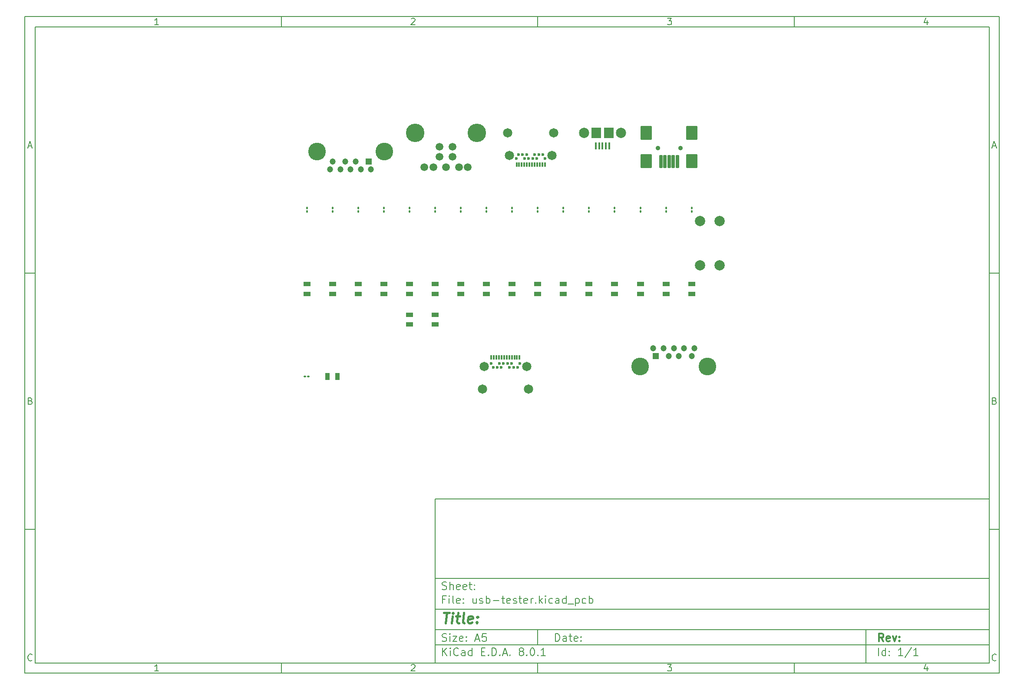
<source format=gbr>
%TF.GenerationSoftware,KiCad,Pcbnew,8.0.1*%
%TF.CreationDate,2024-04-20T18:29:45+01:00*%
%TF.ProjectId,usb-tester,7573622d-7465-4737-9465-722e6b696361,rev?*%
%TF.SameCoordinates,Original*%
%TF.FileFunction,Soldermask,Top*%
%TF.FilePolarity,Negative*%
%FSLAX46Y46*%
G04 Gerber Fmt 4.6, Leading zero omitted, Abs format (unit mm)*
G04 Created by KiCad (PCBNEW 8.0.1) date 2024-04-20 18:29:45*
%MOMM*%
%LPD*%
G01*
G04 APERTURE LIST*
G04 Aperture macros list*
%AMRoundRect*
0 Rectangle with rounded corners*
0 $1 Rounding radius*
0 $2 $3 $4 $5 $6 $7 $8 $9 X,Y pos of 4 corners*
0 Add a 4 corners polygon primitive as box body*
4,1,4,$2,$3,$4,$5,$6,$7,$8,$9,$2,$3,0*
0 Add four circle primitives for the rounded corners*
1,1,$1+$1,$2,$3*
1,1,$1+$1,$4,$5*
1,1,$1+$1,$6,$7*
1,1,$1+$1,$8,$9*
0 Add four rect primitives between the rounded corners*
20,1,$1+$1,$2,$3,$4,$5,0*
20,1,$1+$1,$4,$5,$6,$7,0*
20,1,$1+$1,$6,$7,$8,$9,0*
20,1,$1+$1,$8,$9,$2,$3,0*%
G04 Aperture macros list end*
%ADD10C,0.100000*%
%ADD11C,0.150000*%
%ADD12C,0.300000*%
%ADD13C,0.400000*%
%ADD14C,1.815000*%
%ADD15C,0.600000*%
%ADD16R,0.300000X0.900000*%
%ADD17C,2.010000*%
%ADD18C,1.993000*%
%ADD19R,1.900000X2.000000*%
%ADD20R,0.400000X1.400000*%
%ADD21RoundRect,0.100000X0.100000X-0.130000X0.100000X0.130000X-0.100000X0.130000X-0.100000X-0.130000X0*%
%ADD22R,1.400000X0.900000*%
%ADD23RoundRect,0.102000X1.000000X1.250000X-1.000000X1.250000X-1.000000X-1.250000X1.000000X-1.250000X0*%
%ADD24RoundRect,0.102000X0.250000X1.150000X-0.250000X1.150000X-0.250000X-1.150000X0.250000X-1.150000X0*%
%ADD25C,0.900000*%
%ADD26C,3.450000*%
%ADD27C,1.200000*%
%ADD28R,1.200000X1.200000*%
%ADD29C,3.600000*%
%ADD30C,1.500000*%
%ADD31R,0.900000X1.400000*%
%ADD32RoundRect,0.100000X0.130000X0.100000X-0.130000X0.100000X-0.130000X-0.100000X0.130000X-0.100000X0*%
G04 APERTURE END LIST*
D10*
D11*
X90007200Y-104005800D02*
X198007200Y-104005800D01*
X198007200Y-136005800D01*
X90007200Y-136005800D01*
X90007200Y-104005800D01*
D10*
D11*
X10000000Y-10000000D02*
X200007200Y-10000000D01*
X200007200Y-138005800D01*
X10000000Y-138005800D01*
X10000000Y-10000000D01*
D10*
D11*
X12000000Y-12000000D02*
X198007200Y-12000000D01*
X198007200Y-136005800D01*
X12000000Y-136005800D01*
X12000000Y-12000000D01*
D10*
D11*
X60000000Y-12000000D02*
X60000000Y-10000000D01*
D10*
D11*
X110000000Y-12000000D02*
X110000000Y-10000000D01*
D10*
D11*
X160000000Y-12000000D02*
X160000000Y-10000000D01*
D10*
D11*
X36089160Y-11593604D02*
X35346303Y-11593604D01*
X35717731Y-11593604D02*
X35717731Y-10293604D01*
X35717731Y-10293604D02*
X35593922Y-10479319D01*
X35593922Y-10479319D02*
X35470112Y-10603128D01*
X35470112Y-10603128D02*
X35346303Y-10665033D01*
D10*
D11*
X85346303Y-10417414D02*
X85408207Y-10355509D01*
X85408207Y-10355509D02*
X85532017Y-10293604D01*
X85532017Y-10293604D02*
X85841541Y-10293604D01*
X85841541Y-10293604D02*
X85965350Y-10355509D01*
X85965350Y-10355509D02*
X86027255Y-10417414D01*
X86027255Y-10417414D02*
X86089160Y-10541223D01*
X86089160Y-10541223D02*
X86089160Y-10665033D01*
X86089160Y-10665033D02*
X86027255Y-10850747D01*
X86027255Y-10850747D02*
X85284398Y-11593604D01*
X85284398Y-11593604D02*
X86089160Y-11593604D01*
D10*
D11*
X135284398Y-10293604D02*
X136089160Y-10293604D01*
X136089160Y-10293604D02*
X135655826Y-10788842D01*
X135655826Y-10788842D02*
X135841541Y-10788842D01*
X135841541Y-10788842D02*
X135965350Y-10850747D01*
X135965350Y-10850747D02*
X136027255Y-10912652D01*
X136027255Y-10912652D02*
X136089160Y-11036461D01*
X136089160Y-11036461D02*
X136089160Y-11345985D01*
X136089160Y-11345985D02*
X136027255Y-11469795D01*
X136027255Y-11469795D02*
X135965350Y-11531700D01*
X135965350Y-11531700D02*
X135841541Y-11593604D01*
X135841541Y-11593604D02*
X135470112Y-11593604D01*
X135470112Y-11593604D02*
X135346303Y-11531700D01*
X135346303Y-11531700D02*
X135284398Y-11469795D01*
D10*
D11*
X185965350Y-10726938D02*
X185965350Y-11593604D01*
X185655826Y-10231700D02*
X185346303Y-11160271D01*
X185346303Y-11160271D02*
X186151064Y-11160271D01*
D10*
D11*
X60000000Y-136005800D02*
X60000000Y-138005800D01*
D10*
D11*
X110000000Y-136005800D02*
X110000000Y-138005800D01*
D10*
D11*
X160000000Y-136005800D02*
X160000000Y-138005800D01*
D10*
D11*
X36089160Y-137599404D02*
X35346303Y-137599404D01*
X35717731Y-137599404D02*
X35717731Y-136299404D01*
X35717731Y-136299404D02*
X35593922Y-136485119D01*
X35593922Y-136485119D02*
X35470112Y-136608928D01*
X35470112Y-136608928D02*
X35346303Y-136670833D01*
D10*
D11*
X85346303Y-136423214D02*
X85408207Y-136361309D01*
X85408207Y-136361309D02*
X85532017Y-136299404D01*
X85532017Y-136299404D02*
X85841541Y-136299404D01*
X85841541Y-136299404D02*
X85965350Y-136361309D01*
X85965350Y-136361309D02*
X86027255Y-136423214D01*
X86027255Y-136423214D02*
X86089160Y-136547023D01*
X86089160Y-136547023D02*
X86089160Y-136670833D01*
X86089160Y-136670833D02*
X86027255Y-136856547D01*
X86027255Y-136856547D02*
X85284398Y-137599404D01*
X85284398Y-137599404D02*
X86089160Y-137599404D01*
D10*
D11*
X135284398Y-136299404D02*
X136089160Y-136299404D01*
X136089160Y-136299404D02*
X135655826Y-136794642D01*
X135655826Y-136794642D02*
X135841541Y-136794642D01*
X135841541Y-136794642D02*
X135965350Y-136856547D01*
X135965350Y-136856547D02*
X136027255Y-136918452D01*
X136027255Y-136918452D02*
X136089160Y-137042261D01*
X136089160Y-137042261D02*
X136089160Y-137351785D01*
X136089160Y-137351785D02*
X136027255Y-137475595D01*
X136027255Y-137475595D02*
X135965350Y-137537500D01*
X135965350Y-137537500D02*
X135841541Y-137599404D01*
X135841541Y-137599404D02*
X135470112Y-137599404D01*
X135470112Y-137599404D02*
X135346303Y-137537500D01*
X135346303Y-137537500D02*
X135284398Y-137475595D01*
D10*
D11*
X185965350Y-136732738D02*
X185965350Y-137599404D01*
X185655826Y-136237500D02*
X185346303Y-137166071D01*
X185346303Y-137166071D02*
X186151064Y-137166071D01*
D10*
D11*
X10000000Y-60000000D02*
X12000000Y-60000000D01*
D10*
D11*
X10000000Y-110000000D02*
X12000000Y-110000000D01*
D10*
D11*
X10690476Y-35222176D02*
X11309523Y-35222176D01*
X10566666Y-35593604D02*
X10999999Y-34293604D01*
X10999999Y-34293604D02*
X11433333Y-35593604D01*
D10*
D11*
X11092857Y-84912652D02*
X11278571Y-84974557D01*
X11278571Y-84974557D02*
X11340476Y-85036461D01*
X11340476Y-85036461D02*
X11402380Y-85160271D01*
X11402380Y-85160271D02*
X11402380Y-85345985D01*
X11402380Y-85345985D02*
X11340476Y-85469795D01*
X11340476Y-85469795D02*
X11278571Y-85531700D01*
X11278571Y-85531700D02*
X11154761Y-85593604D01*
X11154761Y-85593604D02*
X10659523Y-85593604D01*
X10659523Y-85593604D02*
X10659523Y-84293604D01*
X10659523Y-84293604D02*
X11092857Y-84293604D01*
X11092857Y-84293604D02*
X11216666Y-84355509D01*
X11216666Y-84355509D02*
X11278571Y-84417414D01*
X11278571Y-84417414D02*
X11340476Y-84541223D01*
X11340476Y-84541223D02*
X11340476Y-84665033D01*
X11340476Y-84665033D02*
X11278571Y-84788842D01*
X11278571Y-84788842D02*
X11216666Y-84850747D01*
X11216666Y-84850747D02*
X11092857Y-84912652D01*
X11092857Y-84912652D02*
X10659523Y-84912652D01*
D10*
D11*
X11402380Y-135469795D02*
X11340476Y-135531700D01*
X11340476Y-135531700D02*
X11154761Y-135593604D01*
X11154761Y-135593604D02*
X11030952Y-135593604D01*
X11030952Y-135593604D02*
X10845238Y-135531700D01*
X10845238Y-135531700D02*
X10721428Y-135407890D01*
X10721428Y-135407890D02*
X10659523Y-135284080D01*
X10659523Y-135284080D02*
X10597619Y-135036461D01*
X10597619Y-135036461D02*
X10597619Y-134850747D01*
X10597619Y-134850747D02*
X10659523Y-134603128D01*
X10659523Y-134603128D02*
X10721428Y-134479319D01*
X10721428Y-134479319D02*
X10845238Y-134355509D01*
X10845238Y-134355509D02*
X11030952Y-134293604D01*
X11030952Y-134293604D02*
X11154761Y-134293604D01*
X11154761Y-134293604D02*
X11340476Y-134355509D01*
X11340476Y-134355509D02*
X11402380Y-134417414D01*
D10*
D11*
X200007200Y-60000000D02*
X198007200Y-60000000D01*
D10*
D11*
X200007200Y-110000000D02*
X198007200Y-110000000D01*
D10*
D11*
X198697676Y-35222176D02*
X199316723Y-35222176D01*
X198573866Y-35593604D02*
X199007199Y-34293604D01*
X199007199Y-34293604D02*
X199440533Y-35593604D01*
D10*
D11*
X199100057Y-84912652D02*
X199285771Y-84974557D01*
X199285771Y-84974557D02*
X199347676Y-85036461D01*
X199347676Y-85036461D02*
X199409580Y-85160271D01*
X199409580Y-85160271D02*
X199409580Y-85345985D01*
X199409580Y-85345985D02*
X199347676Y-85469795D01*
X199347676Y-85469795D02*
X199285771Y-85531700D01*
X199285771Y-85531700D02*
X199161961Y-85593604D01*
X199161961Y-85593604D02*
X198666723Y-85593604D01*
X198666723Y-85593604D02*
X198666723Y-84293604D01*
X198666723Y-84293604D02*
X199100057Y-84293604D01*
X199100057Y-84293604D02*
X199223866Y-84355509D01*
X199223866Y-84355509D02*
X199285771Y-84417414D01*
X199285771Y-84417414D02*
X199347676Y-84541223D01*
X199347676Y-84541223D02*
X199347676Y-84665033D01*
X199347676Y-84665033D02*
X199285771Y-84788842D01*
X199285771Y-84788842D02*
X199223866Y-84850747D01*
X199223866Y-84850747D02*
X199100057Y-84912652D01*
X199100057Y-84912652D02*
X198666723Y-84912652D01*
D10*
D11*
X199409580Y-135469795D02*
X199347676Y-135531700D01*
X199347676Y-135531700D02*
X199161961Y-135593604D01*
X199161961Y-135593604D02*
X199038152Y-135593604D01*
X199038152Y-135593604D02*
X198852438Y-135531700D01*
X198852438Y-135531700D02*
X198728628Y-135407890D01*
X198728628Y-135407890D02*
X198666723Y-135284080D01*
X198666723Y-135284080D02*
X198604819Y-135036461D01*
X198604819Y-135036461D02*
X198604819Y-134850747D01*
X198604819Y-134850747D02*
X198666723Y-134603128D01*
X198666723Y-134603128D02*
X198728628Y-134479319D01*
X198728628Y-134479319D02*
X198852438Y-134355509D01*
X198852438Y-134355509D02*
X199038152Y-134293604D01*
X199038152Y-134293604D02*
X199161961Y-134293604D01*
X199161961Y-134293604D02*
X199347676Y-134355509D01*
X199347676Y-134355509D02*
X199409580Y-134417414D01*
D10*
D11*
X113463026Y-131791928D02*
X113463026Y-130291928D01*
X113463026Y-130291928D02*
X113820169Y-130291928D01*
X113820169Y-130291928D02*
X114034455Y-130363357D01*
X114034455Y-130363357D02*
X114177312Y-130506214D01*
X114177312Y-130506214D02*
X114248741Y-130649071D01*
X114248741Y-130649071D02*
X114320169Y-130934785D01*
X114320169Y-130934785D02*
X114320169Y-131149071D01*
X114320169Y-131149071D02*
X114248741Y-131434785D01*
X114248741Y-131434785D02*
X114177312Y-131577642D01*
X114177312Y-131577642D02*
X114034455Y-131720500D01*
X114034455Y-131720500D02*
X113820169Y-131791928D01*
X113820169Y-131791928D02*
X113463026Y-131791928D01*
X115605884Y-131791928D02*
X115605884Y-131006214D01*
X115605884Y-131006214D02*
X115534455Y-130863357D01*
X115534455Y-130863357D02*
X115391598Y-130791928D01*
X115391598Y-130791928D02*
X115105884Y-130791928D01*
X115105884Y-130791928D02*
X114963026Y-130863357D01*
X115605884Y-131720500D02*
X115463026Y-131791928D01*
X115463026Y-131791928D02*
X115105884Y-131791928D01*
X115105884Y-131791928D02*
X114963026Y-131720500D01*
X114963026Y-131720500D02*
X114891598Y-131577642D01*
X114891598Y-131577642D02*
X114891598Y-131434785D01*
X114891598Y-131434785D02*
X114963026Y-131291928D01*
X114963026Y-131291928D02*
X115105884Y-131220500D01*
X115105884Y-131220500D02*
X115463026Y-131220500D01*
X115463026Y-131220500D02*
X115605884Y-131149071D01*
X116105884Y-130791928D02*
X116677312Y-130791928D01*
X116320169Y-130291928D02*
X116320169Y-131577642D01*
X116320169Y-131577642D02*
X116391598Y-131720500D01*
X116391598Y-131720500D02*
X116534455Y-131791928D01*
X116534455Y-131791928D02*
X116677312Y-131791928D01*
X117748741Y-131720500D02*
X117605884Y-131791928D01*
X117605884Y-131791928D02*
X117320170Y-131791928D01*
X117320170Y-131791928D02*
X117177312Y-131720500D01*
X117177312Y-131720500D02*
X117105884Y-131577642D01*
X117105884Y-131577642D02*
X117105884Y-131006214D01*
X117105884Y-131006214D02*
X117177312Y-130863357D01*
X117177312Y-130863357D02*
X117320170Y-130791928D01*
X117320170Y-130791928D02*
X117605884Y-130791928D01*
X117605884Y-130791928D02*
X117748741Y-130863357D01*
X117748741Y-130863357D02*
X117820170Y-131006214D01*
X117820170Y-131006214D02*
X117820170Y-131149071D01*
X117820170Y-131149071D02*
X117105884Y-131291928D01*
X118463026Y-131649071D02*
X118534455Y-131720500D01*
X118534455Y-131720500D02*
X118463026Y-131791928D01*
X118463026Y-131791928D02*
X118391598Y-131720500D01*
X118391598Y-131720500D02*
X118463026Y-131649071D01*
X118463026Y-131649071D02*
X118463026Y-131791928D01*
X118463026Y-130863357D02*
X118534455Y-130934785D01*
X118534455Y-130934785D02*
X118463026Y-131006214D01*
X118463026Y-131006214D02*
X118391598Y-130934785D01*
X118391598Y-130934785D02*
X118463026Y-130863357D01*
X118463026Y-130863357D02*
X118463026Y-131006214D01*
D10*
D11*
X90007200Y-132505800D02*
X198007200Y-132505800D01*
D10*
D11*
X91463026Y-134591928D02*
X91463026Y-133091928D01*
X92320169Y-134591928D02*
X91677312Y-133734785D01*
X92320169Y-133091928D02*
X91463026Y-133949071D01*
X92963026Y-134591928D02*
X92963026Y-133591928D01*
X92963026Y-133091928D02*
X92891598Y-133163357D01*
X92891598Y-133163357D02*
X92963026Y-133234785D01*
X92963026Y-133234785D02*
X93034455Y-133163357D01*
X93034455Y-133163357D02*
X92963026Y-133091928D01*
X92963026Y-133091928D02*
X92963026Y-133234785D01*
X94534455Y-134449071D02*
X94463027Y-134520500D01*
X94463027Y-134520500D02*
X94248741Y-134591928D01*
X94248741Y-134591928D02*
X94105884Y-134591928D01*
X94105884Y-134591928D02*
X93891598Y-134520500D01*
X93891598Y-134520500D02*
X93748741Y-134377642D01*
X93748741Y-134377642D02*
X93677312Y-134234785D01*
X93677312Y-134234785D02*
X93605884Y-133949071D01*
X93605884Y-133949071D02*
X93605884Y-133734785D01*
X93605884Y-133734785D02*
X93677312Y-133449071D01*
X93677312Y-133449071D02*
X93748741Y-133306214D01*
X93748741Y-133306214D02*
X93891598Y-133163357D01*
X93891598Y-133163357D02*
X94105884Y-133091928D01*
X94105884Y-133091928D02*
X94248741Y-133091928D01*
X94248741Y-133091928D02*
X94463027Y-133163357D01*
X94463027Y-133163357D02*
X94534455Y-133234785D01*
X95820170Y-134591928D02*
X95820170Y-133806214D01*
X95820170Y-133806214D02*
X95748741Y-133663357D01*
X95748741Y-133663357D02*
X95605884Y-133591928D01*
X95605884Y-133591928D02*
X95320170Y-133591928D01*
X95320170Y-133591928D02*
X95177312Y-133663357D01*
X95820170Y-134520500D02*
X95677312Y-134591928D01*
X95677312Y-134591928D02*
X95320170Y-134591928D01*
X95320170Y-134591928D02*
X95177312Y-134520500D01*
X95177312Y-134520500D02*
X95105884Y-134377642D01*
X95105884Y-134377642D02*
X95105884Y-134234785D01*
X95105884Y-134234785D02*
X95177312Y-134091928D01*
X95177312Y-134091928D02*
X95320170Y-134020500D01*
X95320170Y-134020500D02*
X95677312Y-134020500D01*
X95677312Y-134020500D02*
X95820170Y-133949071D01*
X97177313Y-134591928D02*
X97177313Y-133091928D01*
X97177313Y-134520500D02*
X97034455Y-134591928D01*
X97034455Y-134591928D02*
X96748741Y-134591928D01*
X96748741Y-134591928D02*
X96605884Y-134520500D01*
X96605884Y-134520500D02*
X96534455Y-134449071D01*
X96534455Y-134449071D02*
X96463027Y-134306214D01*
X96463027Y-134306214D02*
X96463027Y-133877642D01*
X96463027Y-133877642D02*
X96534455Y-133734785D01*
X96534455Y-133734785D02*
X96605884Y-133663357D01*
X96605884Y-133663357D02*
X96748741Y-133591928D01*
X96748741Y-133591928D02*
X97034455Y-133591928D01*
X97034455Y-133591928D02*
X97177313Y-133663357D01*
X99034455Y-133806214D02*
X99534455Y-133806214D01*
X99748741Y-134591928D02*
X99034455Y-134591928D01*
X99034455Y-134591928D02*
X99034455Y-133091928D01*
X99034455Y-133091928D02*
X99748741Y-133091928D01*
X100391598Y-134449071D02*
X100463027Y-134520500D01*
X100463027Y-134520500D02*
X100391598Y-134591928D01*
X100391598Y-134591928D02*
X100320170Y-134520500D01*
X100320170Y-134520500D02*
X100391598Y-134449071D01*
X100391598Y-134449071D02*
X100391598Y-134591928D01*
X101105884Y-134591928D02*
X101105884Y-133091928D01*
X101105884Y-133091928D02*
X101463027Y-133091928D01*
X101463027Y-133091928D02*
X101677313Y-133163357D01*
X101677313Y-133163357D02*
X101820170Y-133306214D01*
X101820170Y-133306214D02*
X101891599Y-133449071D01*
X101891599Y-133449071D02*
X101963027Y-133734785D01*
X101963027Y-133734785D02*
X101963027Y-133949071D01*
X101963027Y-133949071D02*
X101891599Y-134234785D01*
X101891599Y-134234785D02*
X101820170Y-134377642D01*
X101820170Y-134377642D02*
X101677313Y-134520500D01*
X101677313Y-134520500D02*
X101463027Y-134591928D01*
X101463027Y-134591928D02*
X101105884Y-134591928D01*
X102605884Y-134449071D02*
X102677313Y-134520500D01*
X102677313Y-134520500D02*
X102605884Y-134591928D01*
X102605884Y-134591928D02*
X102534456Y-134520500D01*
X102534456Y-134520500D02*
X102605884Y-134449071D01*
X102605884Y-134449071D02*
X102605884Y-134591928D01*
X103248742Y-134163357D02*
X103963028Y-134163357D01*
X103105885Y-134591928D02*
X103605885Y-133091928D01*
X103605885Y-133091928D02*
X104105885Y-134591928D01*
X104605884Y-134449071D02*
X104677313Y-134520500D01*
X104677313Y-134520500D02*
X104605884Y-134591928D01*
X104605884Y-134591928D02*
X104534456Y-134520500D01*
X104534456Y-134520500D02*
X104605884Y-134449071D01*
X104605884Y-134449071D02*
X104605884Y-134591928D01*
X106677313Y-133734785D02*
X106534456Y-133663357D01*
X106534456Y-133663357D02*
X106463027Y-133591928D01*
X106463027Y-133591928D02*
X106391599Y-133449071D01*
X106391599Y-133449071D02*
X106391599Y-133377642D01*
X106391599Y-133377642D02*
X106463027Y-133234785D01*
X106463027Y-133234785D02*
X106534456Y-133163357D01*
X106534456Y-133163357D02*
X106677313Y-133091928D01*
X106677313Y-133091928D02*
X106963027Y-133091928D01*
X106963027Y-133091928D02*
X107105885Y-133163357D01*
X107105885Y-133163357D02*
X107177313Y-133234785D01*
X107177313Y-133234785D02*
X107248742Y-133377642D01*
X107248742Y-133377642D02*
X107248742Y-133449071D01*
X107248742Y-133449071D02*
X107177313Y-133591928D01*
X107177313Y-133591928D02*
X107105885Y-133663357D01*
X107105885Y-133663357D02*
X106963027Y-133734785D01*
X106963027Y-133734785D02*
X106677313Y-133734785D01*
X106677313Y-133734785D02*
X106534456Y-133806214D01*
X106534456Y-133806214D02*
X106463027Y-133877642D01*
X106463027Y-133877642D02*
X106391599Y-134020500D01*
X106391599Y-134020500D02*
X106391599Y-134306214D01*
X106391599Y-134306214D02*
X106463027Y-134449071D01*
X106463027Y-134449071D02*
X106534456Y-134520500D01*
X106534456Y-134520500D02*
X106677313Y-134591928D01*
X106677313Y-134591928D02*
X106963027Y-134591928D01*
X106963027Y-134591928D02*
X107105885Y-134520500D01*
X107105885Y-134520500D02*
X107177313Y-134449071D01*
X107177313Y-134449071D02*
X107248742Y-134306214D01*
X107248742Y-134306214D02*
X107248742Y-134020500D01*
X107248742Y-134020500D02*
X107177313Y-133877642D01*
X107177313Y-133877642D02*
X107105885Y-133806214D01*
X107105885Y-133806214D02*
X106963027Y-133734785D01*
X107891598Y-134449071D02*
X107963027Y-134520500D01*
X107963027Y-134520500D02*
X107891598Y-134591928D01*
X107891598Y-134591928D02*
X107820170Y-134520500D01*
X107820170Y-134520500D02*
X107891598Y-134449071D01*
X107891598Y-134449071D02*
X107891598Y-134591928D01*
X108891599Y-133091928D02*
X109034456Y-133091928D01*
X109034456Y-133091928D02*
X109177313Y-133163357D01*
X109177313Y-133163357D02*
X109248742Y-133234785D01*
X109248742Y-133234785D02*
X109320170Y-133377642D01*
X109320170Y-133377642D02*
X109391599Y-133663357D01*
X109391599Y-133663357D02*
X109391599Y-134020500D01*
X109391599Y-134020500D02*
X109320170Y-134306214D01*
X109320170Y-134306214D02*
X109248742Y-134449071D01*
X109248742Y-134449071D02*
X109177313Y-134520500D01*
X109177313Y-134520500D02*
X109034456Y-134591928D01*
X109034456Y-134591928D02*
X108891599Y-134591928D01*
X108891599Y-134591928D02*
X108748742Y-134520500D01*
X108748742Y-134520500D02*
X108677313Y-134449071D01*
X108677313Y-134449071D02*
X108605884Y-134306214D01*
X108605884Y-134306214D02*
X108534456Y-134020500D01*
X108534456Y-134020500D02*
X108534456Y-133663357D01*
X108534456Y-133663357D02*
X108605884Y-133377642D01*
X108605884Y-133377642D02*
X108677313Y-133234785D01*
X108677313Y-133234785D02*
X108748742Y-133163357D01*
X108748742Y-133163357D02*
X108891599Y-133091928D01*
X110034455Y-134449071D02*
X110105884Y-134520500D01*
X110105884Y-134520500D02*
X110034455Y-134591928D01*
X110034455Y-134591928D02*
X109963027Y-134520500D01*
X109963027Y-134520500D02*
X110034455Y-134449071D01*
X110034455Y-134449071D02*
X110034455Y-134591928D01*
X111534456Y-134591928D02*
X110677313Y-134591928D01*
X111105884Y-134591928D02*
X111105884Y-133091928D01*
X111105884Y-133091928D02*
X110963027Y-133306214D01*
X110963027Y-133306214D02*
X110820170Y-133449071D01*
X110820170Y-133449071D02*
X110677313Y-133520500D01*
D10*
D11*
X90007200Y-129505800D02*
X198007200Y-129505800D01*
D10*
D12*
X177418853Y-131784128D02*
X176918853Y-131069842D01*
X176561710Y-131784128D02*
X176561710Y-130284128D01*
X176561710Y-130284128D02*
X177133139Y-130284128D01*
X177133139Y-130284128D02*
X177275996Y-130355557D01*
X177275996Y-130355557D02*
X177347425Y-130426985D01*
X177347425Y-130426985D02*
X177418853Y-130569842D01*
X177418853Y-130569842D02*
X177418853Y-130784128D01*
X177418853Y-130784128D02*
X177347425Y-130926985D01*
X177347425Y-130926985D02*
X177275996Y-130998414D01*
X177275996Y-130998414D02*
X177133139Y-131069842D01*
X177133139Y-131069842D02*
X176561710Y-131069842D01*
X178633139Y-131712700D02*
X178490282Y-131784128D01*
X178490282Y-131784128D02*
X178204568Y-131784128D01*
X178204568Y-131784128D02*
X178061710Y-131712700D01*
X178061710Y-131712700D02*
X177990282Y-131569842D01*
X177990282Y-131569842D02*
X177990282Y-130998414D01*
X177990282Y-130998414D02*
X178061710Y-130855557D01*
X178061710Y-130855557D02*
X178204568Y-130784128D01*
X178204568Y-130784128D02*
X178490282Y-130784128D01*
X178490282Y-130784128D02*
X178633139Y-130855557D01*
X178633139Y-130855557D02*
X178704568Y-130998414D01*
X178704568Y-130998414D02*
X178704568Y-131141271D01*
X178704568Y-131141271D02*
X177990282Y-131284128D01*
X179204567Y-130784128D02*
X179561710Y-131784128D01*
X179561710Y-131784128D02*
X179918853Y-130784128D01*
X180490281Y-131641271D02*
X180561710Y-131712700D01*
X180561710Y-131712700D02*
X180490281Y-131784128D01*
X180490281Y-131784128D02*
X180418853Y-131712700D01*
X180418853Y-131712700D02*
X180490281Y-131641271D01*
X180490281Y-131641271D02*
X180490281Y-131784128D01*
X180490281Y-130855557D02*
X180561710Y-130926985D01*
X180561710Y-130926985D02*
X180490281Y-130998414D01*
X180490281Y-130998414D02*
X180418853Y-130926985D01*
X180418853Y-130926985D02*
X180490281Y-130855557D01*
X180490281Y-130855557D02*
X180490281Y-130998414D01*
D10*
D11*
X91391598Y-131720500D02*
X91605884Y-131791928D01*
X91605884Y-131791928D02*
X91963026Y-131791928D01*
X91963026Y-131791928D02*
X92105884Y-131720500D01*
X92105884Y-131720500D02*
X92177312Y-131649071D01*
X92177312Y-131649071D02*
X92248741Y-131506214D01*
X92248741Y-131506214D02*
X92248741Y-131363357D01*
X92248741Y-131363357D02*
X92177312Y-131220500D01*
X92177312Y-131220500D02*
X92105884Y-131149071D01*
X92105884Y-131149071D02*
X91963026Y-131077642D01*
X91963026Y-131077642D02*
X91677312Y-131006214D01*
X91677312Y-131006214D02*
X91534455Y-130934785D01*
X91534455Y-130934785D02*
X91463026Y-130863357D01*
X91463026Y-130863357D02*
X91391598Y-130720500D01*
X91391598Y-130720500D02*
X91391598Y-130577642D01*
X91391598Y-130577642D02*
X91463026Y-130434785D01*
X91463026Y-130434785D02*
X91534455Y-130363357D01*
X91534455Y-130363357D02*
X91677312Y-130291928D01*
X91677312Y-130291928D02*
X92034455Y-130291928D01*
X92034455Y-130291928D02*
X92248741Y-130363357D01*
X92891597Y-131791928D02*
X92891597Y-130791928D01*
X92891597Y-130291928D02*
X92820169Y-130363357D01*
X92820169Y-130363357D02*
X92891597Y-130434785D01*
X92891597Y-130434785D02*
X92963026Y-130363357D01*
X92963026Y-130363357D02*
X92891597Y-130291928D01*
X92891597Y-130291928D02*
X92891597Y-130434785D01*
X93463026Y-130791928D02*
X94248741Y-130791928D01*
X94248741Y-130791928D02*
X93463026Y-131791928D01*
X93463026Y-131791928D02*
X94248741Y-131791928D01*
X95391598Y-131720500D02*
X95248741Y-131791928D01*
X95248741Y-131791928D02*
X94963027Y-131791928D01*
X94963027Y-131791928D02*
X94820169Y-131720500D01*
X94820169Y-131720500D02*
X94748741Y-131577642D01*
X94748741Y-131577642D02*
X94748741Y-131006214D01*
X94748741Y-131006214D02*
X94820169Y-130863357D01*
X94820169Y-130863357D02*
X94963027Y-130791928D01*
X94963027Y-130791928D02*
X95248741Y-130791928D01*
X95248741Y-130791928D02*
X95391598Y-130863357D01*
X95391598Y-130863357D02*
X95463027Y-131006214D01*
X95463027Y-131006214D02*
X95463027Y-131149071D01*
X95463027Y-131149071D02*
X94748741Y-131291928D01*
X96105883Y-131649071D02*
X96177312Y-131720500D01*
X96177312Y-131720500D02*
X96105883Y-131791928D01*
X96105883Y-131791928D02*
X96034455Y-131720500D01*
X96034455Y-131720500D02*
X96105883Y-131649071D01*
X96105883Y-131649071D02*
X96105883Y-131791928D01*
X96105883Y-130863357D02*
X96177312Y-130934785D01*
X96177312Y-130934785D02*
X96105883Y-131006214D01*
X96105883Y-131006214D02*
X96034455Y-130934785D01*
X96034455Y-130934785D02*
X96105883Y-130863357D01*
X96105883Y-130863357D02*
X96105883Y-131006214D01*
X97891598Y-131363357D02*
X98605884Y-131363357D01*
X97748741Y-131791928D02*
X98248741Y-130291928D01*
X98248741Y-130291928D02*
X98748741Y-131791928D01*
X99963026Y-130291928D02*
X99248740Y-130291928D01*
X99248740Y-130291928D02*
X99177312Y-131006214D01*
X99177312Y-131006214D02*
X99248740Y-130934785D01*
X99248740Y-130934785D02*
X99391598Y-130863357D01*
X99391598Y-130863357D02*
X99748740Y-130863357D01*
X99748740Y-130863357D02*
X99891598Y-130934785D01*
X99891598Y-130934785D02*
X99963026Y-131006214D01*
X99963026Y-131006214D02*
X100034455Y-131149071D01*
X100034455Y-131149071D02*
X100034455Y-131506214D01*
X100034455Y-131506214D02*
X99963026Y-131649071D01*
X99963026Y-131649071D02*
X99891598Y-131720500D01*
X99891598Y-131720500D02*
X99748740Y-131791928D01*
X99748740Y-131791928D02*
X99391598Y-131791928D01*
X99391598Y-131791928D02*
X99248740Y-131720500D01*
X99248740Y-131720500D02*
X99177312Y-131649071D01*
D10*
D11*
X176463026Y-134591928D02*
X176463026Y-133091928D01*
X177820170Y-134591928D02*
X177820170Y-133091928D01*
X177820170Y-134520500D02*
X177677312Y-134591928D01*
X177677312Y-134591928D02*
X177391598Y-134591928D01*
X177391598Y-134591928D02*
X177248741Y-134520500D01*
X177248741Y-134520500D02*
X177177312Y-134449071D01*
X177177312Y-134449071D02*
X177105884Y-134306214D01*
X177105884Y-134306214D02*
X177105884Y-133877642D01*
X177105884Y-133877642D02*
X177177312Y-133734785D01*
X177177312Y-133734785D02*
X177248741Y-133663357D01*
X177248741Y-133663357D02*
X177391598Y-133591928D01*
X177391598Y-133591928D02*
X177677312Y-133591928D01*
X177677312Y-133591928D02*
X177820170Y-133663357D01*
X178534455Y-134449071D02*
X178605884Y-134520500D01*
X178605884Y-134520500D02*
X178534455Y-134591928D01*
X178534455Y-134591928D02*
X178463027Y-134520500D01*
X178463027Y-134520500D02*
X178534455Y-134449071D01*
X178534455Y-134449071D02*
X178534455Y-134591928D01*
X178534455Y-133663357D02*
X178605884Y-133734785D01*
X178605884Y-133734785D02*
X178534455Y-133806214D01*
X178534455Y-133806214D02*
X178463027Y-133734785D01*
X178463027Y-133734785D02*
X178534455Y-133663357D01*
X178534455Y-133663357D02*
X178534455Y-133806214D01*
X181177313Y-134591928D02*
X180320170Y-134591928D01*
X180748741Y-134591928D02*
X180748741Y-133091928D01*
X180748741Y-133091928D02*
X180605884Y-133306214D01*
X180605884Y-133306214D02*
X180463027Y-133449071D01*
X180463027Y-133449071D02*
X180320170Y-133520500D01*
X182891598Y-133020500D02*
X181605884Y-134949071D01*
X184177313Y-134591928D02*
X183320170Y-134591928D01*
X183748741Y-134591928D02*
X183748741Y-133091928D01*
X183748741Y-133091928D02*
X183605884Y-133306214D01*
X183605884Y-133306214D02*
X183463027Y-133449071D01*
X183463027Y-133449071D02*
X183320170Y-133520500D01*
D10*
D11*
X90007200Y-125505800D02*
X198007200Y-125505800D01*
D10*
D13*
X91698928Y-126210238D02*
X92841785Y-126210238D01*
X92020357Y-128210238D02*
X92270357Y-126210238D01*
X93258452Y-128210238D02*
X93425119Y-126876904D01*
X93508452Y-126210238D02*
X93401309Y-126305476D01*
X93401309Y-126305476D02*
X93484643Y-126400714D01*
X93484643Y-126400714D02*
X93591786Y-126305476D01*
X93591786Y-126305476D02*
X93508452Y-126210238D01*
X93508452Y-126210238D02*
X93484643Y-126400714D01*
X94091786Y-126876904D02*
X94853690Y-126876904D01*
X94460833Y-126210238D02*
X94246548Y-127924523D01*
X94246548Y-127924523D02*
X94317976Y-128115000D01*
X94317976Y-128115000D02*
X94496548Y-128210238D01*
X94496548Y-128210238D02*
X94687024Y-128210238D01*
X95639405Y-128210238D02*
X95460833Y-128115000D01*
X95460833Y-128115000D02*
X95389405Y-127924523D01*
X95389405Y-127924523D02*
X95603690Y-126210238D01*
X97175119Y-128115000D02*
X96972738Y-128210238D01*
X96972738Y-128210238D02*
X96591785Y-128210238D01*
X96591785Y-128210238D02*
X96413214Y-128115000D01*
X96413214Y-128115000D02*
X96341785Y-127924523D01*
X96341785Y-127924523D02*
X96437024Y-127162619D01*
X96437024Y-127162619D02*
X96556071Y-126972142D01*
X96556071Y-126972142D02*
X96758452Y-126876904D01*
X96758452Y-126876904D02*
X97139404Y-126876904D01*
X97139404Y-126876904D02*
X97317976Y-126972142D01*
X97317976Y-126972142D02*
X97389404Y-127162619D01*
X97389404Y-127162619D02*
X97365595Y-127353095D01*
X97365595Y-127353095D02*
X96389404Y-127543571D01*
X98139405Y-128019761D02*
X98222738Y-128115000D01*
X98222738Y-128115000D02*
X98115595Y-128210238D01*
X98115595Y-128210238D02*
X98032262Y-128115000D01*
X98032262Y-128115000D02*
X98139405Y-128019761D01*
X98139405Y-128019761D02*
X98115595Y-128210238D01*
X98270357Y-126972142D02*
X98353690Y-127067380D01*
X98353690Y-127067380D02*
X98246548Y-127162619D01*
X98246548Y-127162619D02*
X98163214Y-127067380D01*
X98163214Y-127067380D02*
X98270357Y-126972142D01*
X98270357Y-126972142D02*
X98246548Y-127162619D01*
D10*
D11*
X91963026Y-123606214D02*
X91463026Y-123606214D01*
X91463026Y-124391928D02*
X91463026Y-122891928D01*
X91463026Y-122891928D02*
X92177312Y-122891928D01*
X92748740Y-124391928D02*
X92748740Y-123391928D01*
X92748740Y-122891928D02*
X92677312Y-122963357D01*
X92677312Y-122963357D02*
X92748740Y-123034785D01*
X92748740Y-123034785D02*
X92820169Y-122963357D01*
X92820169Y-122963357D02*
X92748740Y-122891928D01*
X92748740Y-122891928D02*
X92748740Y-123034785D01*
X93677312Y-124391928D02*
X93534455Y-124320500D01*
X93534455Y-124320500D02*
X93463026Y-124177642D01*
X93463026Y-124177642D02*
X93463026Y-122891928D01*
X94820169Y-124320500D02*
X94677312Y-124391928D01*
X94677312Y-124391928D02*
X94391598Y-124391928D01*
X94391598Y-124391928D02*
X94248740Y-124320500D01*
X94248740Y-124320500D02*
X94177312Y-124177642D01*
X94177312Y-124177642D02*
X94177312Y-123606214D01*
X94177312Y-123606214D02*
X94248740Y-123463357D01*
X94248740Y-123463357D02*
X94391598Y-123391928D01*
X94391598Y-123391928D02*
X94677312Y-123391928D01*
X94677312Y-123391928D02*
X94820169Y-123463357D01*
X94820169Y-123463357D02*
X94891598Y-123606214D01*
X94891598Y-123606214D02*
X94891598Y-123749071D01*
X94891598Y-123749071D02*
X94177312Y-123891928D01*
X95534454Y-124249071D02*
X95605883Y-124320500D01*
X95605883Y-124320500D02*
X95534454Y-124391928D01*
X95534454Y-124391928D02*
X95463026Y-124320500D01*
X95463026Y-124320500D02*
X95534454Y-124249071D01*
X95534454Y-124249071D02*
X95534454Y-124391928D01*
X95534454Y-123463357D02*
X95605883Y-123534785D01*
X95605883Y-123534785D02*
X95534454Y-123606214D01*
X95534454Y-123606214D02*
X95463026Y-123534785D01*
X95463026Y-123534785D02*
X95534454Y-123463357D01*
X95534454Y-123463357D02*
X95534454Y-123606214D01*
X98034455Y-123391928D02*
X98034455Y-124391928D01*
X97391597Y-123391928D02*
X97391597Y-124177642D01*
X97391597Y-124177642D02*
X97463026Y-124320500D01*
X97463026Y-124320500D02*
X97605883Y-124391928D01*
X97605883Y-124391928D02*
X97820169Y-124391928D01*
X97820169Y-124391928D02*
X97963026Y-124320500D01*
X97963026Y-124320500D02*
X98034455Y-124249071D01*
X98677312Y-124320500D02*
X98820169Y-124391928D01*
X98820169Y-124391928D02*
X99105883Y-124391928D01*
X99105883Y-124391928D02*
X99248740Y-124320500D01*
X99248740Y-124320500D02*
X99320169Y-124177642D01*
X99320169Y-124177642D02*
X99320169Y-124106214D01*
X99320169Y-124106214D02*
X99248740Y-123963357D01*
X99248740Y-123963357D02*
X99105883Y-123891928D01*
X99105883Y-123891928D02*
X98891598Y-123891928D01*
X98891598Y-123891928D02*
X98748740Y-123820500D01*
X98748740Y-123820500D02*
X98677312Y-123677642D01*
X98677312Y-123677642D02*
X98677312Y-123606214D01*
X98677312Y-123606214D02*
X98748740Y-123463357D01*
X98748740Y-123463357D02*
X98891598Y-123391928D01*
X98891598Y-123391928D02*
X99105883Y-123391928D01*
X99105883Y-123391928D02*
X99248740Y-123463357D01*
X99963026Y-124391928D02*
X99963026Y-122891928D01*
X99963026Y-123463357D02*
X100105884Y-123391928D01*
X100105884Y-123391928D02*
X100391598Y-123391928D01*
X100391598Y-123391928D02*
X100534455Y-123463357D01*
X100534455Y-123463357D02*
X100605884Y-123534785D01*
X100605884Y-123534785D02*
X100677312Y-123677642D01*
X100677312Y-123677642D02*
X100677312Y-124106214D01*
X100677312Y-124106214D02*
X100605884Y-124249071D01*
X100605884Y-124249071D02*
X100534455Y-124320500D01*
X100534455Y-124320500D02*
X100391598Y-124391928D01*
X100391598Y-124391928D02*
X100105884Y-124391928D01*
X100105884Y-124391928D02*
X99963026Y-124320500D01*
X101320169Y-123820500D02*
X102463027Y-123820500D01*
X102963027Y-123391928D02*
X103534455Y-123391928D01*
X103177312Y-122891928D02*
X103177312Y-124177642D01*
X103177312Y-124177642D02*
X103248741Y-124320500D01*
X103248741Y-124320500D02*
X103391598Y-124391928D01*
X103391598Y-124391928D02*
X103534455Y-124391928D01*
X104605884Y-124320500D02*
X104463027Y-124391928D01*
X104463027Y-124391928D02*
X104177313Y-124391928D01*
X104177313Y-124391928D02*
X104034455Y-124320500D01*
X104034455Y-124320500D02*
X103963027Y-124177642D01*
X103963027Y-124177642D02*
X103963027Y-123606214D01*
X103963027Y-123606214D02*
X104034455Y-123463357D01*
X104034455Y-123463357D02*
X104177313Y-123391928D01*
X104177313Y-123391928D02*
X104463027Y-123391928D01*
X104463027Y-123391928D02*
X104605884Y-123463357D01*
X104605884Y-123463357D02*
X104677313Y-123606214D01*
X104677313Y-123606214D02*
X104677313Y-123749071D01*
X104677313Y-123749071D02*
X103963027Y-123891928D01*
X105248741Y-124320500D02*
X105391598Y-124391928D01*
X105391598Y-124391928D02*
X105677312Y-124391928D01*
X105677312Y-124391928D02*
X105820169Y-124320500D01*
X105820169Y-124320500D02*
X105891598Y-124177642D01*
X105891598Y-124177642D02*
X105891598Y-124106214D01*
X105891598Y-124106214D02*
X105820169Y-123963357D01*
X105820169Y-123963357D02*
X105677312Y-123891928D01*
X105677312Y-123891928D02*
X105463027Y-123891928D01*
X105463027Y-123891928D02*
X105320169Y-123820500D01*
X105320169Y-123820500D02*
X105248741Y-123677642D01*
X105248741Y-123677642D02*
X105248741Y-123606214D01*
X105248741Y-123606214D02*
X105320169Y-123463357D01*
X105320169Y-123463357D02*
X105463027Y-123391928D01*
X105463027Y-123391928D02*
X105677312Y-123391928D01*
X105677312Y-123391928D02*
X105820169Y-123463357D01*
X106320170Y-123391928D02*
X106891598Y-123391928D01*
X106534455Y-122891928D02*
X106534455Y-124177642D01*
X106534455Y-124177642D02*
X106605884Y-124320500D01*
X106605884Y-124320500D02*
X106748741Y-124391928D01*
X106748741Y-124391928D02*
X106891598Y-124391928D01*
X107963027Y-124320500D02*
X107820170Y-124391928D01*
X107820170Y-124391928D02*
X107534456Y-124391928D01*
X107534456Y-124391928D02*
X107391598Y-124320500D01*
X107391598Y-124320500D02*
X107320170Y-124177642D01*
X107320170Y-124177642D02*
X107320170Y-123606214D01*
X107320170Y-123606214D02*
X107391598Y-123463357D01*
X107391598Y-123463357D02*
X107534456Y-123391928D01*
X107534456Y-123391928D02*
X107820170Y-123391928D01*
X107820170Y-123391928D02*
X107963027Y-123463357D01*
X107963027Y-123463357D02*
X108034456Y-123606214D01*
X108034456Y-123606214D02*
X108034456Y-123749071D01*
X108034456Y-123749071D02*
X107320170Y-123891928D01*
X108677312Y-124391928D02*
X108677312Y-123391928D01*
X108677312Y-123677642D02*
X108748741Y-123534785D01*
X108748741Y-123534785D02*
X108820170Y-123463357D01*
X108820170Y-123463357D02*
X108963027Y-123391928D01*
X108963027Y-123391928D02*
X109105884Y-123391928D01*
X109605883Y-124249071D02*
X109677312Y-124320500D01*
X109677312Y-124320500D02*
X109605883Y-124391928D01*
X109605883Y-124391928D02*
X109534455Y-124320500D01*
X109534455Y-124320500D02*
X109605883Y-124249071D01*
X109605883Y-124249071D02*
X109605883Y-124391928D01*
X110320169Y-124391928D02*
X110320169Y-122891928D01*
X110463027Y-123820500D02*
X110891598Y-124391928D01*
X110891598Y-123391928D02*
X110320169Y-123963357D01*
X111534455Y-124391928D02*
X111534455Y-123391928D01*
X111534455Y-122891928D02*
X111463027Y-122963357D01*
X111463027Y-122963357D02*
X111534455Y-123034785D01*
X111534455Y-123034785D02*
X111605884Y-122963357D01*
X111605884Y-122963357D02*
X111534455Y-122891928D01*
X111534455Y-122891928D02*
X111534455Y-123034785D01*
X112891599Y-124320500D02*
X112748741Y-124391928D01*
X112748741Y-124391928D02*
X112463027Y-124391928D01*
X112463027Y-124391928D02*
X112320170Y-124320500D01*
X112320170Y-124320500D02*
X112248741Y-124249071D01*
X112248741Y-124249071D02*
X112177313Y-124106214D01*
X112177313Y-124106214D02*
X112177313Y-123677642D01*
X112177313Y-123677642D02*
X112248741Y-123534785D01*
X112248741Y-123534785D02*
X112320170Y-123463357D01*
X112320170Y-123463357D02*
X112463027Y-123391928D01*
X112463027Y-123391928D02*
X112748741Y-123391928D01*
X112748741Y-123391928D02*
X112891599Y-123463357D01*
X114177313Y-124391928D02*
X114177313Y-123606214D01*
X114177313Y-123606214D02*
X114105884Y-123463357D01*
X114105884Y-123463357D02*
X113963027Y-123391928D01*
X113963027Y-123391928D02*
X113677313Y-123391928D01*
X113677313Y-123391928D02*
X113534455Y-123463357D01*
X114177313Y-124320500D02*
X114034455Y-124391928D01*
X114034455Y-124391928D02*
X113677313Y-124391928D01*
X113677313Y-124391928D02*
X113534455Y-124320500D01*
X113534455Y-124320500D02*
X113463027Y-124177642D01*
X113463027Y-124177642D02*
X113463027Y-124034785D01*
X113463027Y-124034785D02*
X113534455Y-123891928D01*
X113534455Y-123891928D02*
X113677313Y-123820500D01*
X113677313Y-123820500D02*
X114034455Y-123820500D01*
X114034455Y-123820500D02*
X114177313Y-123749071D01*
X115534456Y-124391928D02*
X115534456Y-122891928D01*
X115534456Y-124320500D02*
X115391598Y-124391928D01*
X115391598Y-124391928D02*
X115105884Y-124391928D01*
X115105884Y-124391928D02*
X114963027Y-124320500D01*
X114963027Y-124320500D02*
X114891598Y-124249071D01*
X114891598Y-124249071D02*
X114820170Y-124106214D01*
X114820170Y-124106214D02*
X114820170Y-123677642D01*
X114820170Y-123677642D02*
X114891598Y-123534785D01*
X114891598Y-123534785D02*
X114963027Y-123463357D01*
X114963027Y-123463357D02*
X115105884Y-123391928D01*
X115105884Y-123391928D02*
X115391598Y-123391928D01*
X115391598Y-123391928D02*
X115534456Y-123463357D01*
X115891599Y-124534785D02*
X117034456Y-124534785D01*
X117391598Y-123391928D02*
X117391598Y-124891928D01*
X117391598Y-123463357D02*
X117534456Y-123391928D01*
X117534456Y-123391928D02*
X117820170Y-123391928D01*
X117820170Y-123391928D02*
X117963027Y-123463357D01*
X117963027Y-123463357D02*
X118034456Y-123534785D01*
X118034456Y-123534785D02*
X118105884Y-123677642D01*
X118105884Y-123677642D02*
X118105884Y-124106214D01*
X118105884Y-124106214D02*
X118034456Y-124249071D01*
X118034456Y-124249071D02*
X117963027Y-124320500D01*
X117963027Y-124320500D02*
X117820170Y-124391928D01*
X117820170Y-124391928D02*
X117534456Y-124391928D01*
X117534456Y-124391928D02*
X117391598Y-124320500D01*
X119391599Y-124320500D02*
X119248741Y-124391928D01*
X119248741Y-124391928D02*
X118963027Y-124391928D01*
X118963027Y-124391928D02*
X118820170Y-124320500D01*
X118820170Y-124320500D02*
X118748741Y-124249071D01*
X118748741Y-124249071D02*
X118677313Y-124106214D01*
X118677313Y-124106214D02*
X118677313Y-123677642D01*
X118677313Y-123677642D02*
X118748741Y-123534785D01*
X118748741Y-123534785D02*
X118820170Y-123463357D01*
X118820170Y-123463357D02*
X118963027Y-123391928D01*
X118963027Y-123391928D02*
X119248741Y-123391928D01*
X119248741Y-123391928D02*
X119391599Y-123463357D01*
X120034455Y-124391928D02*
X120034455Y-122891928D01*
X120034455Y-123463357D02*
X120177313Y-123391928D01*
X120177313Y-123391928D02*
X120463027Y-123391928D01*
X120463027Y-123391928D02*
X120605884Y-123463357D01*
X120605884Y-123463357D02*
X120677313Y-123534785D01*
X120677313Y-123534785D02*
X120748741Y-123677642D01*
X120748741Y-123677642D02*
X120748741Y-124106214D01*
X120748741Y-124106214D02*
X120677313Y-124249071D01*
X120677313Y-124249071D02*
X120605884Y-124320500D01*
X120605884Y-124320500D02*
X120463027Y-124391928D01*
X120463027Y-124391928D02*
X120177313Y-124391928D01*
X120177313Y-124391928D02*
X120034455Y-124320500D01*
D10*
D11*
X90007200Y-119505800D02*
X198007200Y-119505800D01*
D10*
D11*
X91391598Y-121620500D02*
X91605884Y-121691928D01*
X91605884Y-121691928D02*
X91963026Y-121691928D01*
X91963026Y-121691928D02*
X92105884Y-121620500D01*
X92105884Y-121620500D02*
X92177312Y-121549071D01*
X92177312Y-121549071D02*
X92248741Y-121406214D01*
X92248741Y-121406214D02*
X92248741Y-121263357D01*
X92248741Y-121263357D02*
X92177312Y-121120500D01*
X92177312Y-121120500D02*
X92105884Y-121049071D01*
X92105884Y-121049071D02*
X91963026Y-120977642D01*
X91963026Y-120977642D02*
X91677312Y-120906214D01*
X91677312Y-120906214D02*
X91534455Y-120834785D01*
X91534455Y-120834785D02*
X91463026Y-120763357D01*
X91463026Y-120763357D02*
X91391598Y-120620500D01*
X91391598Y-120620500D02*
X91391598Y-120477642D01*
X91391598Y-120477642D02*
X91463026Y-120334785D01*
X91463026Y-120334785D02*
X91534455Y-120263357D01*
X91534455Y-120263357D02*
X91677312Y-120191928D01*
X91677312Y-120191928D02*
X92034455Y-120191928D01*
X92034455Y-120191928D02*
X92248741Y-120263357D01*
X92891597Y-121691928D02*
X92891597Y-120191928D01*
X93534455Y-121691928D02*
X93534455Y-120906214D01*
X93534455Y-120906214D02*
X93463026Y-120763357D01*
X93463026Y-120763357D02*
X93320169Y-120691928D01*
X93320169Y-120691928D02*
X93105883Y-120691928D01*
X93105883Y-120691928D02*
X92963026Y-120763357D01*
X92963026Y-120763357D02*
X92891597Y-120834785D01*
X94820169Y-121620500D02*
X94677312Y-121691928D01*
X94677312Y-121691928D02*
X94391598Y-121691928D01*
X94391598Y-121691928D02*
X94248740Y-121620500D01*
X94248740Y-121620500D02*
X94177312Y-121477642D01*
X94177312Y-121477642D02*
X94177312Y-120906214D01*
X94177312Y-120906214D02*
X94248740Y-120763357D01*
X94248740Y-120763357D02*
X94391598Y-120691928D01*
X94391598Y-120691928D02*
X94677312Y-120691928D01*
X94677312Y-120691928D02*
X94820169Y-120763357D01*
X94820169Y-120763357D02*
X94891598Y-120906214D01*
X94891598Y-120906214D02*
X94891598Y-121049071D01*
X94891598Y-121049071D02*
X94177312Y-121191928D01*
X96105883Y-121620500D02*
X95963026Y-121691928D01*
X95963026Y-121691928D02*
X95677312Y-121691928D01*
X95677312Y-121691928D02*
X95534454Y-121620500D01*
X95534454Y-121620500D02*
X95463026Y-121477642D01*
X95463026Y-121477642D02*
X95463026Y-120906214D01*
X95463026Y-120906214D02*
X95534454Y-120763357D01*
X95534454Y-120763357D02*
X95677312Y-120691928D01*
X95677312Y-120691928D02*
X95963026Y-120691928D01*
X95963026Y-120691928D02*
X96105883Y-120763357D01*
X96105883Y-120763357D02*
X96177312Y-120906214D01*
X96177312Y-120906214D02*
X96177312Y-121049071D01*
X96177312Y-121049071D02*
X95463026Y-121191928D01*
X96605883Y-120691928D02*
X97177311Y-120691928D01*
X96820168Y-120191928D02*
X96820168Y-121477642D01*
X96820168Y-121477642D02*
X96891597Y-121620500D01*
X96891597Y-121620500D02*
X97034454Y-121691928D01*
X97034454Y-121691928D02*
X97177311Y-121691928D01*
X97677311Y-121549071D02*
X97748740Y-121620500D01*
X97748740Y-121620500D02*
X97677311Y-121691928D01*
X97677311Y-121691928D02*
X97605883Y-121620500D01*
X97605883Y-121620500D02*
X97677311Y-121549071D01*
X97677311Y-121549071D02*
X97677311Y-121691928D01*
X97677311Y-120763357D02*
X97748740Y-120834785D01*
X97748740Y-120834785D02*
X97677311Y-120906214D01*
X97677311Y-120906214D02*
X97605883Y-120834785D01*
X97605883Y-120834785D02*
X97677311Y-120763357D01*
X97677311Y-120763357D02*
X97677311Y-120906214D01*
D10*
D12*
D10*
D11*
D10*
D11*
D10*
D11*
D10*
D11*
D10*
D11*
X110007200Y-129505800D02*
X110007200Y-132505800D01*
D10*
D11*
X174007200Y-129505800D02*
X174007200Y-136005800D01*
D14*
%TO.C,J1*%
X113125000Y-32627500D03*
X104145000Y-32627500D03*
X104505000Y-37027500D03*
X112765000Y-37027500D03*
D15*
X111435000Y-37617500D03*
X111035000Y-36917500D03*
X110235000Y-36917500D03*
X109835000Y-37617500D03*
X109435000Y-36917500D03*
X109035000Y-37617500D03*
X108235000Y-37617500D03*
X107835000Y-36917500D03*
X107435000Y-37617500D03*
X107035000Y-36917500D03*
X106235000Y-36917500D03*
X105835000Y-37617500D03*
D16*
X105885000Y-38827500D03*
X106385000Y-38827500D03*
X106885000Y-38827500D03*
X107385000Y-38827500D03*
X107885000Y-38827500D03*
X108385000Y-38827500D03*
X108885000Y-38827500D03*
X109385000Y-38827500D03*
X109885000Y-38827500D03*
X110385000Y-38827500D03*
X110885000Y-38827500D03*
X111385000Y-38827500D03*
%TD*%
%TO.C,J3*%
X100965000Y-76427500D03*
X101465000Y-76427500D03*
X101965000Y-76427500D03*
X102465000Y-76427500D03*
X102965000Y-76427500D03*
X103465000Y-76427500D03*
X103965000Y-76427500D03*
X104465000Y-76427500D03*
X104965000Y-76427500D03*
X105465000Y-76427500D03*
X105965000Y-76427500D03*
X106465000Y-76427500D03*
D15*
X106515000Y-77637500D03*
X106115000Y-78337500D03*
X105315000Y-78337500D03*
X104915000Y-77637500D03*
X104515000Y-78337500D03*
X104115000Y-77637500D03*
X103315000Y-77637500D03*
X102915000Y-78337500D03*
X102515000Y-77637500D03*
X102115000Y-78337500D03*
X101315000Y-78337500D03*
X100915000Y-77637500D03*
D14*
X99585000Y-78227500D03*
X107845000Y-78227500D03*
X108205000Y-82627500D03*
X99225000Y-82627500D03*
%TD*%
D17*
%TO.C,J8*%
X141645000Y-49837500D03*
X145445000Y-49837500D03*
X145445000Y-58477500D03*
X141645000Y-58477500D03*
%TD*%
D18*
%TO.C,J5*%
X119060000Y-32627500D03*
X126210000Y-32627500D03*
D19*
X121435000Y-32627500D03*
X123835000Y-32627500D03*
D20*
X121335000Y-35177500D03*
X121985000Y-35177500D03*
X122635000Y-35177500D03*
X123285000Y-35177500D03*
X123935000Y-35177500D03*
%TD*%
D21*
%TO.C,R9*%
X100015000Y-47947500D03*
X100015000Y-47307500D03*
%TD*%
D22*
%TO.C,LED11*%
X85015000Y-70027500D03*
X85015000Y-68127500D03*
%TD*%
D21*
%TO.C,R5*%
X120015000Y-47947500D03*
X120015000Y-47307500D03*
%TD*%
D22*
%TO.C,LED5*%
X120015000Y-64027500D03*
X120015000Y-62127500D03*
%TD*%
D21*
%TO.C,R13*%
X80015000Y-47947500D03*
X80015000Y-47307500D03*
%TD*%
%TO.C,R3*%
X130015000Y-47947500D03*
X130015000Y-47307500D03*
%TD*%
%TO.C,R6*%
X115015000Y-47947500D03*
X115015000Y-47307500D03*
%TD*%
D22*
%TO.C,LED3*%
X130015000Y-64027500D03*
X130015000Y-62127500D03*
%TD*%
D23*
%TO.C,J6*%
X140085000Y-38127500D03*
X140085000Y-32627500D03*
X131185000Y-38127500D03*
X131185000Y-32627500D03*
D24*
X134035000Y-38227500D03*
X134835000Y-38227500D03*
X135635000Y-38227500D03*
X136435000Y-38227500D03*
X137235000Y-38227500D03*
D25*
X133435000Y-35627500D03*
X137835000Y-35627500D03*
%TD*%
D22*
%TO.C,LED14*%
X75015000Y-64027500D03*
X75015000Y-62127500D03*
%TD*%
D26*
%TO.C,J7*%
X66945000Y-36257500D03*
X80085000Y-36257500D03*
D27*
X77515000Y-39757500D03*
X75515000Y-39757500D03*
X73515000Y-39757500D03*
X71515000Y-39757500D03*
X69515000Y-39757500D03*
X70015000Y-38257500D03*
X72515000Y-38257500D03*
X74515000Y-38257500D03*
D28*
X77015000Y-38257500D03*
%TD*%
%TO.C,J4*%
X133035000Y-76177500D03*
D27*
X135535000Y-76177500D03*
X137535000Y-76177500D03*
X140035000Y-76177500D03*
X140535000Y-74677500D03*
X138535000Y-74677500D03*
X136535000Y-74677500D03*
X134535000Y-74677500D03*
X132535000Y-74677500D03*
D26*
X129965000Y-78177500D03*
X143105000Y-78177500D03*
%TD*%
D21*
%TO.C,R1*%
X140015000Y-47947500D03*
X140015000Y-47307500D03*
%TD*%
D22*
%TO.C,LED9*%
X100015000Y-64027500D03*
X100015000Y-62127500D03*
%TD*%
D21*
%TO.C,R8*%
X105015000Y-47947500D03*
X105015000Y-47307500D03*
%TD*%
D22*
%TO.C,LED1*%
X140015000Y-64027500D03*
X140015000Y-62127500D03*
%TD*%
%TO.C,LED4*%
X125015000Y-64027500D03*
X125015000Y-62127500D03*
%TD*%
D29*
%TO.C,J2*%
X98155000Y-32627500D03*
X86115000Y-32627500D03*
D30*
X87885000Y-39337500D03*
X89635000Y-39337500D03*
X92135000Y-39337500D03*
X94635000Y-39337500D03*
X96385000Y-39337500D03*
X90885000Y-35337500D03*
X93385000Y-35337500D03*
X93385000Y-37337500D03*
X90885000Y-37337500D03*
%TD*%
D22*
%TO.C,LED16*%
X65015000Y-64027500D03*
X65015000Y-62127500D03*
%TD*%
D21*
%TO.C,R16*%
X65015000Y-47947500D03*
X65015000Y-47307500D03*
%TD*%
D22*
%TO.C,LED13*%
X80015000Y-64027500D03*
X80015000Y-62127500D03*
%TD*%
%TO.C,LED17*%
X90015000Y-64027500D03*
X90015000Y-62127500D03*
%TD*%
%TO.C,LED8*%
X105015000Y-64027500D03*
X105015000Y-62127500D03*
%TD*%
%TO.C,LED18*%
X90015000Y-70027500D03*
X90015000Y-68127500D03*
%TD*%
%TO.C,LED12*%
X85015000Y-64027500D03*
X85015000Y-62127500D03*
%TD*%
D21*
%TO.C,R4*%
X125015000Y-47947500D03*
X125015000Y-47307500D03*
%TD*%
D31*
%TO.C,LED19*%
X70915000Y-80127500D03*
X69015000Y-80127500D03*
%TD*%
D22*
%TO.C,LED6*%
X115015000Y-64027500D03*
X115015000Y-62127500D03*
%TD*%
D21*
%TO.C,R2*%
X135015000Y-47947500D03*
X135015000Y-47307500D03*
%TD*%
%TO.C,R15*%
X70015000Y-47947500D03*
X70015000Y-47307500D03*
%TD*%
%TO.C,R12*%
X85015000Y-47947500D03*
X85015000Y-47307500D03*
%TD*%
%TO.C,R10*%
X95015000Y-47947500D03*
X95015000Y-47307500D03*
%TD*%
D22*
%TO.C,LED7*%
X110015000Y-64027500D03*
X110015000Y-62127500D03*
%TD*%
D21*
%TO.C,R7*%
X110015000Y-47947500D03*
X110015000Y-47307500D03*
%TD*%
D22*
%TO.C,LED10*%
X95015000Y-64027500D03*
X95015000Y-62127500D03*
%TD*%
D21*
%TO.C,R11*%
X90015000Y-47947500D03*
X90015000Y-47307500D03*
%TD*%
%TO.C,R14*%
X75015000Y-47947500D03*
X75015000Y-47307500D03*
%TD*%
D32*
%TO.C,R17*%
X65285000Y-80127500D03*
X64645000Y-80127500D03*
%TD*%
D22*
%TO.C,LED2*%
X135015000Y-64027500D03*
X135015000Y-62127500D03*
%TD*%
%TO.C,LED15*%
X70015000Y-64027500D03*
X70015000Y-62127500D03*
%TD*%
M02*

</source>
